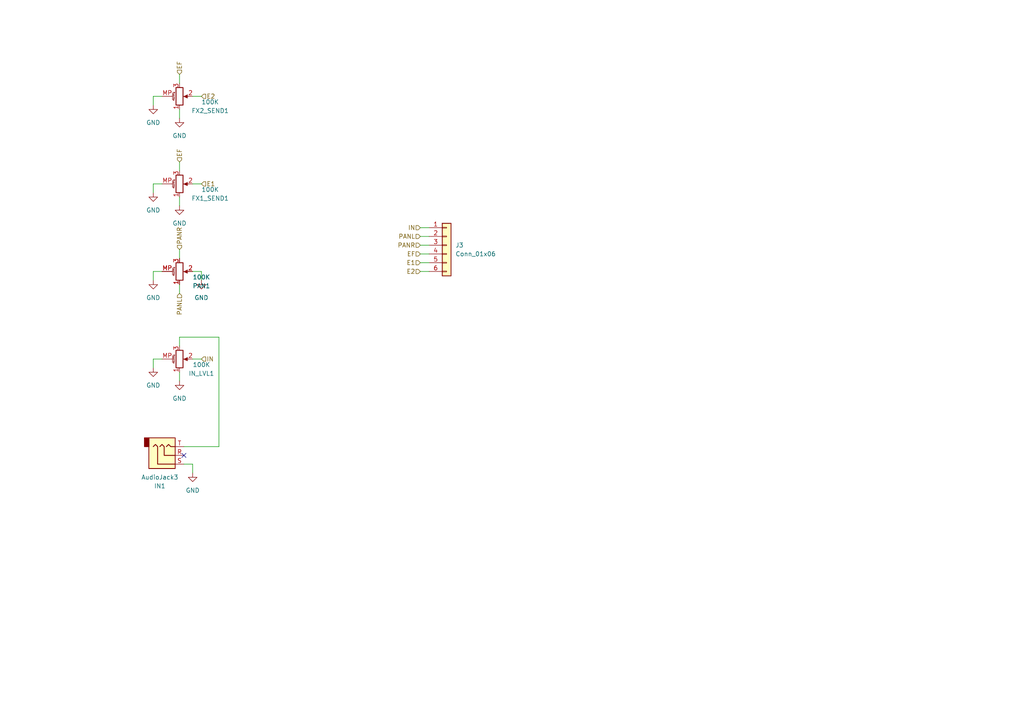
<source format=kicad_sch>
(kicad_sch (version 20230121) (generator eeschema)
  (paper "A4")
  (lib_symbols
    (symbol "Connector-github:AudioJack3"
      (property "Reference" "J" (at 0 8.89 0))
      (property "Value" "AudioJack3" (at 0 6.35 0))
      (symbol "AudioJack3_0_1"
        (rectangle (start -5.08 -5.08) (end -6.35 -2.54) (stroke (width 0.254)) (fill (type outline)))
        (polyline (pts (xy 0 -2.54) (xy 0.635 -3.175) (xy 1.27 -2.54) (xy 2.54 -2.54)) (stroke (width 0.254)))
        (polyline (pts (xy -1.905 -2.54) (xy -1.27 -3.175) (xy -0.635 -2.54) (xy -0.635 0) (xy 2.54 0)) (stroke (width 0.254)))
        (polyline (pts (xy 2.54 2.54) (xy -2.54 2.54) (xy -2.54 -2.54) (xy -3.175 -3.175) (xy -3.81 -2.54)) (stroke (width 0.254)))
        (rectangle (start 2.54 3.81) (end -5.08 -5.08) (stroke (width 0.254)) (fill (type background)))
      )
      (symbol "AudioJack3_1_1"
        (pin passive line (at 5.08 0 180) (length 2.54) (name "~") (number "R"))
        (pin passive line (at 5.08 2.54 180) (length 2.54) (name "~") (number "S"))
        (pin passive line (at 5.08 -2.54 180) (length 2.54) (name "~") (number "T"))
      )
    )
    (symbol "Connector_Generic:Conn_01x06" (pin_names (offset 1.016) hide)
      (property "Reference" "J" (at 0 7.62 0))
      (property "Value" "Conn_01x06" (at 0 -10.16 0))
      (symbol "Conn_01x06_1_1"
        (rectangle (start -1.27 -7.493) (end 0 -7.747) (stroke (width 0.1524)))
        (rectangle (start -1.27 -4.953) (end 0 -5.207) (stroke (width 0.1524)))
        (rectangle (start -1.27 -2.413) (end 0 -2.667) (stroke (width 0.1524)))
        (rectangle (start -1.27 0.127) (end 0 -0.127) (stroke (width 0.1524)))
        (rectangle (start -1.27 2.667) (end 0 2.413) (stroke (width 0.1524)))
        (rectangle (start -1.27 5.207) (end 0 4.953) (stroke (width 0.1524)))
        (rectangle (start -1.27 6.35) (end 1.27 -8.89) (stroke (width 0.254)) (fill (type background)))
        (pin passive line (at -5.08 5.08 0) (length 3.81) (name "Pin_1") (number "1"))
        (pin passive line (at -5.08 2.54 0) (length 3.81) (name "Pin_2") (number "2"))
        (pin passive line (at -5.08 0 0) (length 3.81) (name "Pin_3") (number "3"))
        (pin passive line (at -5.08 -2.54 0) (length 3.81) (name "Pin_4") (number "4"))
        (pin passive line (at -5.08 -5.08 0) (length 3.81) (name "Pin_5") (number "5"))
        (pin passive line (at -5.08 -7.62 0) (length 3.81) (name "Pin_6") (number "6"))
      )
    )
    (symbol "Device:R_Potentiometer_MountingPin" (pin_names (offset 1.016) hide)
      (property "Reference" "RV" (at -8.255 0 90))
      (property "Value" "R_Potentiometer_MountingPin" (at -6.35 0 90))
      (symbol "R_Potentiometer_MountingPin_0_1"
        (polyline (pts (xy 2.54 0) (xy 1.524 0)))
        (polyline (pts (xy 1.143 0) (xy 2.286 0.508) (xy 2.286 -0.508)) (fill (type outline)))
        (rectangle (start 1.016 2.54) (end -1.016 -2.54) (stroke (width 0.254)))
      )
      (symbol "R_Potentiometer_MountingPin_1_1"
        (polyline (pts (xy -2.032 1.016) (xy -2.032 -1.016)) (stroke (width 0.1524)))
        (text "Mounting" (at -1.651 0 900) (effects (font (size 0.381 0.381))))
        (pin passive line (at 0 3.81 270) (length 1.27) (name "1") (number "1"))
        (pin passive line (at 3.81 0 180) (length 1.27) (name "2") (number "2"))
        (pin passive line (at 0 -3.81 90) (length 1.27) (name "3") (number "3"))
        (pin passive line (at -5.08 0 0) (length 3.048) (name "MountPin") (number "MP"))
      )
    )
    (symbol "power:GND" (power) (pin_names (offset 0))
      (property "Value" "GND" (at 0 -3.81 0))
      (symbol "GND_0_1"
        (polyline (pts (xy 0 0) (xy 0 -1.27) (xy 1.27 -1.27) (xy 0 -2.54) (xy -1.27 -1.27) (xy 0 -1.27)))
      )
      (symbol "GND_1_1"
        (pin power_in line (at 0 0 270) (length 0) hide (name "GND") (number "1"))
      )
    )
  )
  (no_connect (at 53.34 132.08))
  (wire (pts (xy 63.5 97.79) (xy 52.07 97.79)))
  (wire (pts (xy 52.07 82.55) (xy 52.07 85.09)))
  (wire (pts (xy 44.45 78.74) (xy 44.45 81.28)))
  (wire (pts (xy 121.92 66.04) (xy 124.46 66.04)))
  (wire (pts (xy 121.92 73.66) (xy 124.46 73.66)))
  (wire (pts (xy 46.99 104.14) (xy 44.45 104.14)))
  (wire (pts (xy 55.88 134.62) (xy 55.88 137.16)))
  (wire (pts (xy 55.88 104.14) (xy 58.42 104.14)))
  (wire (pts (xy 121.92 78.74) (xy 124.46 78.74)))
  (wire (pts (xy 53.34 129.54) (xy 63.5 129.54)))
  (wire (pts (xy 52.07 21.59) (xy 52.07 24.13)))
  (wire (pts (xy 52.07 72.39) (xy 52.07 74.93)))
  (wire (pts (xy 55.88 78.74) (xy 58.42 78.74)))
  (wire (pts (xy 52.07 46.99) (xy 52.07 49.53)))
  (wire (pts (xy 52.07 97.79) (xy 52.07 100.33)))
  (wire (pts (xy 121.92 71.12) (xy 124.46 71.12)))
  (wire (pts (xy 58.42 78.74) (xy 58.42 81.28)))
  (wire (pts (xy 121.92 68.58) (xy 124.46 68.58)))
  (wire (pts (xy 46.99 27.94) (xy 44.45 27.94)))
  (wire (pts (xy 52.07 31.75) (xy 52.07 34.29)))
  (wire (pts (xy 46.99 78.74) (xy 44.45 78.74)))
  (wire (pts (xy 55.88 53.34) (xy 58.42 53.34)))
  (wire (pts (xy 52.07 107.95) (xy 52.07 110.49)))
  (wire (pts (xy 46.99 53.34) (xy 44.45 53.34)))
  (wire (pts (xy 44.45 104.14) (xy 44.45 106.68)))
  (wire (pts (xy 121.92 76.2) (xy 124.46 76.2)))
  (wire (pts (xy 44.45 53.34) (xy 44.45 55.88)))
  (wire (pts (xy 44.45 27.94) (xy 44.45 30.48)))
  (wire (pts (xy 55.88 27.94) (xy 58.42 27.94)))
  (wire (pts (xy 63.5 129.54) (xy 63.5 97.79)))
  (wire (pts (xy 53.34 134.62) (xy 55.88 134.62)))
  (wire (pts (xy 52.07 57.15) (xy 52.07 59.69)))
  (hierarchical_label "E1" (shape input) (at 58.42 53.34 0))
  (hierarchical_label "IN" (shape input) (at 121.92 66.04 180))
  (hierarchical_label "EF" (shape input) (at 121.92 73.66 180))
  (hierarchical_label "PANR" (shape input) (at 121.92 71.12 180))
  (hierarchical_label "EF" (shape input) (at 52.07 46.99 90))
  (hierarchical_label "PANL" (shape input) (at 121.92 68.58 180))
  (hierarchical_label "E2" (shape input) (at 121.92 78.74 180))
  (hierarchical_label "PANL" (shape input) (at 52.07 85.09 270))
  (hierarchical_label "PANR" (shape input) (at 52.07 72.39 90))
  (hierarchical_label "E1" (shape input) (at 121.92 76.2 180))
  (hierarchical_label "E2" (shape input) (at 58.42 27.94 0))
  (hierarchical_label "IN" (shape input) (at 58.42 104.14 0))
  (hierarchical_label "EF" (shape input) (at 52.07 21.59 90))
  (symbol (lib_id "power:GND") (at 44.45 106.68 0) (unit 1)
    (property "Reference" "#PWR014" (effects hide))
    (property "Value" "GND" (at 44.45 111.76 0))
    (instances (project "Mixer-controls" (path "" (reference "#PWR014") (unit 1)) (path "" (reference "#PWR023") (unit 1)) (path "" (reference "#PWR032") (unit 1)) (path "" (reference "#PWR041") (unit 1))))
  )
  (symbol (lib_id "Device:R_Potentiometer_MountingPin") (at 52.07 27.94 0) (mirror x) (unit 1)
    (property "Reference" "FX2_SEND1" (at 60.96 32.1309 0))
    (property "Value" "100K" (at 60.96 29.5909 0))
    (property "Footprint" "Library:Potentiometer_Bourns_PTV09A-1_Single_Vertical" (effects hide))
    (instances (project "Mixer-controls" (path "" (reference "FX2_SEND1") (unit 1)) (path "" (reference "FX2_SEND2") (unit 1)) (path "" (reference "FX2_SEND3") (unit 1)) (path "" (reference "FX2_SEND4") (unit 1))))
  )
  (symbol (lib_id "Device:R_Potentiometer_MountingPin") (at 52.07 53.34 0) (mirror x) (unit 1)
    (property "Reference" "FX1_SEND1" (at 60.96 57.5309 0))
    (property "Value" "100K" (at 60.96 54.9909 0))
    (property "Footprint" "Library:Potentiometer_Bourns_PTV09A-1_Single_Vertical" (effects hide))
    (instances (project "Mixer-controls" (path "" (reference "FX1_SEND1") (unit 1)) (path "" (reference "FX1_SEND2") (unit 1)) (path "" (reference "FX1_SEND3") (unit 1)) (path "" (reference "FX1_SEND4") (unit 1))))
  )
  (symbol (lib_id "power:GND") (at 58.42 81.28 0) (unit 1)
    (property "Reference" "#PWR019" (effects hide))
    (property "Value" "GND" (at 58.42 86.36 0))
    (instances (project "Mixer-controls" (path "" (reference "#PWR019") (unit 1)) (path "" (reference "#PWR028") (unit 1)) (path "" (reference "#PWR037") (unit 1)) (path "" (reference "#PWR046") (unit 1))))
  )
  (symbol (lib_id "power:GND") (at 52.07 110.49 0) (unit 1)
    (property "Reference" "#PWR017" (effects hide))
    (property "Value" "GND" (at 52.07 115.57 0))
    (instances (project "Mixer-controls" (path "" (reference "#PWR017") (unit 1)) (path "" (reference "#PWR026") (unit 1)) (path "" (reference "#PWR035") (unit 1)) (path "" (reference "#PWR044") (unit 1))))
  )
  (symbol (lib_id "power:GND") (at 55.88 137.16 0) (unit 1)
    (property "Reference" "#PWR018" (effects hide))
    (property "Value" "GND" (at 55.88 142.24 0))
    (instances (project "Mixer-controls" (path "" (reference "#PWR018") (unit 1)) (path "" (reference "#PWR027") (unit 1)) (path "" (reference "#PWR036") (unit 1)) (path "" (reference "#PWR045") (unit 1))))
  )
  (symbol (lib_id "power:GND") (at 44.45 55.88 0) (unit 1)
    (property "Reference" "#PWR012" (effects hide))
    (property "Value" "GND" (at 44.45 60.96 0))
    (instances (project "Mixer-controls" (path "" (reference "#PWR012") (unit 1)) (path "" (reference "#PWR021") (unit 1)) (path "" (reference "#PWR030") (unit 1)) (path "" (reference "#PWR039") (unit 1))))
  )
  (symbol (lib_id "Connector-github:AudioJack3") (at 48.26 132.08 0) (mirror x) (unit 1)
    (property "Reference" "IN1" (at 46.355 140.97 0))
    (property "Value" "AudioJack3" (at 46.355 138.43 0))
    (property "Footprint" "Library:Jack_3.5mm_QingPu_WQP-PJ398SM_Vertical_CircularHoles" (effects hide))
    (instances (project "Mixer-controls" (path "" (reference "IN1") (unit 1)) (path "" (reference "IN2") (unit 1)) (path "" (reference "IN3") (unit 1)) (path "" (reference "IN4") (unit 1))))
  )
  (symbol (lib_id "power:GND") (at 44.45 81.28 0) (unit 1)
    (property "Reference" "#PWR013" (effects hide))
    (property "Value" "GND" (at 44.45 86.36 0))
    (instances (project "Mixer-controls" (path "" (reference "#PWR013") (unit 1)) (path "" (reference "#PWR022") (unit 1)) (path "" (reference "#PWR031") (unit 1)) (path "" (reference "#PWR040") (unit 1))))
  )
  (symbol (lib_id "power:GND") (at 52.07 34.29 0) (unit 1)
    (property "Reference" "#PWR015" (effects hide))
    (property "Value" "GND" (at 52.07 39.37 0))
    (instances (project "Mixer-controls" (path "" (reference "#PWR015") (unit 1)) (path "" (reference "#PWR024") (unit 1)) (path "" (reference "#PWR033") (unit 1)) (path "" (reference "#PWR042") (unit 1))))
  )
  (symbol (lib_id "power:GND") (at 52.07 59.69 0) (unit 1)
    (property "Reference" "#PWR016" (effects hide))
    (property "Value" "GND" (at 52.07 64.77 0))
    (instances (project "Mixer-controls" (path "" (reference "#PWR016") (unit 1)) (path "" (reference "#PWR025") (unit 1)) (path "" (reference "#PWR034") (unit 1)) (path "" (reference "#PWR043") (unit 1))))
  )
  (symbol (lib_id "Device:R_Potentiometer_MountingPin") (at 52.07 78.74 0) (mirror x) (unit 1)
    (property "Reference" "PAN1" (at 58.42 82.9309 0))
    (property "Value" "100K" (at 58.42 80.3909 0))
    (property "Footprint" "Library:Potentiometer_Bourns_PTV09A-1_Single_Vertical" (effects hide))
    (instances (project "Mixer-controls" (path "" (reference "PAN1") (unit 1)) (path "" (reference "PAN2") (unit 1)) (path "" (reference "PAN3") (unit 1)) (path "" (reference "PAN4") (unit 1))))
  )
  (symbol (lib_id "Connector_Generic:Conn_01x06") (at 129.54 71.12 0) (unit 1)
    (property "Reference" "J3" (at 132.08 71.12 0) (effects (justify left)))
    (property "Value" "Conn_01x06" (at 132.08 73.66 0) (effects (justify left)))
    (property "Footprint" "Connector_PinHeader_2.54mm:PinHeader_1x06_P2.54mm_Vertical" (effects hide))
    (instances (project "Mixer-controls" (path "" (reference "J3") (unit 1)) (path "" (reference "J4") (unit 1)) (path "" (reference "J5") (unit 1)) (path "" (reference "J6") (unit 1))))
  )
  (symbol (lib_id "Device:R_Potentiometer_MountingPin") (at 52.07 104.14 0) (mirror x) (unit 1)
    (property "Reference" "IN_LVL1" (at 58.42 108.3309 0))
    (property "Value" "100K" (at 58.42 105.7909 0))
    (property "Footprint" "Library:Potentiometer_Bourns_PTV09A-1_Single_Vertical" (effects hide))
    (instances (project "Mixer-controls" (path "" (reference "IN_LVL1") (unit 1)) (path "" (reference "IN_LVL2") (unit 1)) (path "" (reference "IN_LVL3") (unit 1)) (path "" (reference "IN_LVL4") (unit 1))))
  )
  (symbol (lib_id "power:GND") (at 44.45 30.48 0) (unit 1)
    (property "Reference" "#PWR011" (effects hide))
    (property "Value" "GND" (at 44.45 35.56 0))
    (instances (project "Mixer-controls" (path "" (reference "#PWR011") (unit 1)) (path "" (reference "#PWR020") (unit 1)) (path "" (reference "#PWR029") (unit 1)) (path "" (reference "#PWR038") (unit 1))))
  )
)
</source>
